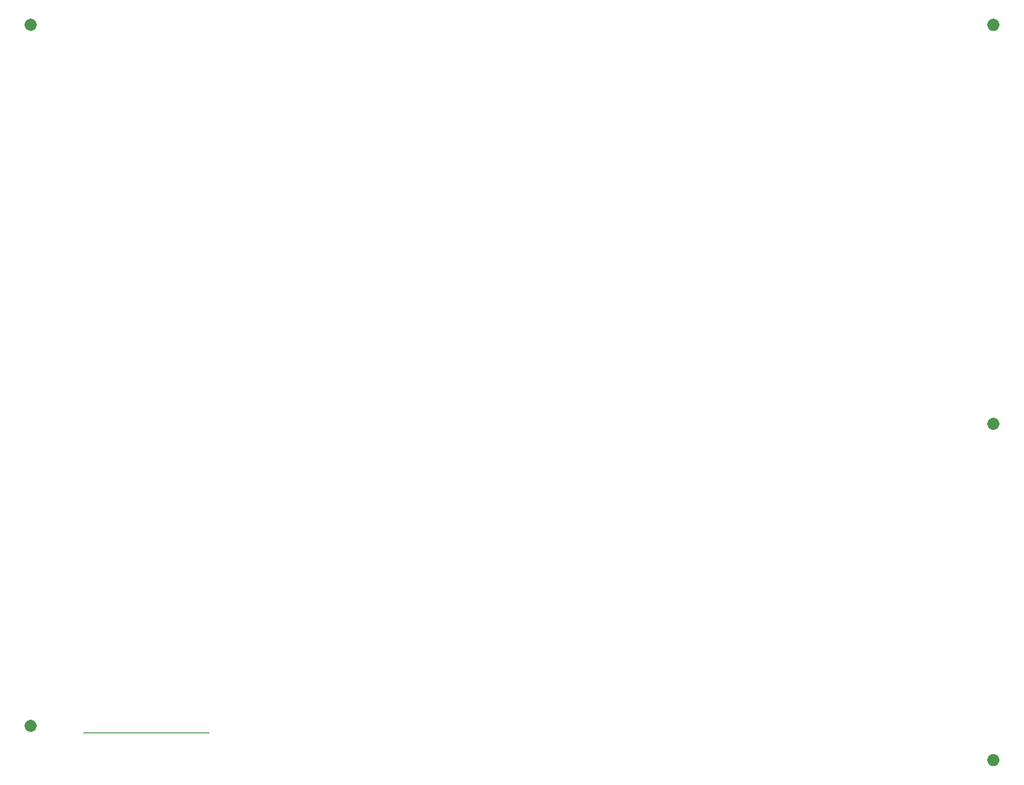
<source format=gts>
G04 #@! TF.GenerationSoftware,KiCad,Pcbnew,(5.1.5-0-10_14)*
G04 #@! TF.CreationDate,2020-04-18T18:06:01+09:00*
G04 #@! TF.ProjectId,colice_pcb_left_bottom,636f6c69-6365-45f7-9063-625f6c656674,rev?*
G04 #@! TF.SameCoordinates,Original*
G04 #@! TF.FileFunction,Soldermask,Top*
G04 #@! TF.FilePolarity,Negative*
%FSLAX46Y46*%
G04 Gerber Fmt 4.6, Leading zero omitted, Abs format (unit mm)*
G04 Created by KiCad (PCBNEW (5.1.5-0-10_14)) date 2020-04-18 18:06:01*
%MOMM*%
%LPD*%
G04 APERTURE LIST*
%ADD10C,0.150000*%
%ADD11C,0.100000*%
G04 APERTURE END LIST*
D10*
X33020000Y-160020000D02*
X56515000Y-160020000D01*
D11*
G36*
X203061081Y-164027431D02*
G01*
X203265999Y-164112311D01*
X203266001Y-164112312D01*
X203450423Y-164235539D01*
X203607261Y-164392377D01*
X203607262Y-164392379D01*
X203730489Y-164576801D01*
X203815369Y-164781719D01*
X203858640Y-164999257D01*
X203858640Y-165221063D01*
X203815369Y-165438601D01*
X203730489Y-165643519D01*
X203730488Y-165643521D01*
X203607261Y-165827943D01*
X203450423Y-165984781D01*
X203266001Y-166108008D01*
X203266000Y-166108009D01*
X203265999Y-166108009D01*
X203061081Y-166192889D01*
X202843543Y-166236160D01*
X202621737Y-166236160D01*
X202404199Y-166192889D01*
X202199281Y-166108009D01*
X202199280Y-166108009D01*
X202199279Y-166108008D01*
X202014857Y-165984781D01*
X201858019Y-165827943D01*
X201734792Y-165643521D01*
X201734791Y-165643519D01*
X201649911Y-165438601D01*
X201606640Y-165221063D01*
X201606640Y-164999257D01*
X201649911Y-164781719D01*
X201734791Y-164576801D01*
X201858018Y-164392379D01*
X201858019Y-164392377D01*
X202014857Y-164235539D01*
X202199279Y-164112312D01*
X202199281Y-164112311D01*
X202404199Y-164027431D01*
X202621737Y-163984160D01*
X202843543Y-163984160D01*
X203061081Y-164027431D01*
G37*
G36*
X23503401Y-157646951D02*
G01*
X23708319Y-157731831D01*
X23708321Y-157731832D01*
X23892743Y-157855059D01*
X24049581Y-158011897D01*
X24049582Y-158011899D01*
X24172809Y-158196321D01*
X24257689Y-158401239D01*
X24300960Y-158618777D01*
X24300960Y-158840583D01*
X24257689Y-159058121D01*
X24172809Y-159263039D01*
X24172808Y-159263041D01*
X24049581Y-159447463D01*
X23892743Y-159604301D01*
X23708321Y-159727528D01*
X23708320Y-159727529D01*
X23708319Y-159727529D01*
X23503401Y-159812409D01*
X23285863Y-159855680D01*
X23064057Y-159855680D01*
X22846519Y-159812409D01*
X22641601Y-159727529D01*
X22641600Y-159727529D01*
X22641599Y-159727528D01*
X22457177Y-159604301D01*
X22300339Y-159447463D01*
X22177112Y-159263041D01*
X22177111Y-159263039D01*
X22092231Y-159058121D01*
X22048960Y-158840583D01*
X22048960Y-158618777D01*
X22092231Y-158401239D01*
X22177111Y-158196321D01*
X22300338Y-158011899D01*
X22300339Y-158011897D01*
X22457177Y-157855059D01*
X22641599Y-157731832D01*
X22641601Y-157731831D01*
X22846519Y-157646951D01*
X23064057Y-157603680D01*
X23285863Y-157603680D01*
X23503401Y-157646951D01*
G37*
G36*
X203056001Y-101258951D02*
G01*
X203260919Y-101343831D01*
X203260921Y-101343832D01*
X203445343Y-101467059D01*
X203602181Y-101623897D01*
X203602182Y-101623899D01*
X203725409Y-101808321D01*
X203810289Y-102013239D01*
X203853560Y-102230777D01*
X203853560Y-102452583D01*
X203810289Y-102670121D01*
X203725409Y-102875039D01*
X203725408Y-102875041D01*
X203602181Y-103059463D01*
X203445343Y-103216301D01*
X203260921Y-103339528D01*
X203260920Y-103339529D01*
X203260919Y-103339529D01*
X203056001Y-103424409D01*
X202838463Y-103467680D01*
X202616657Y-103467680D01*
X202399119Y-103424409D01*
X202194201Y-103339529D01*
X202194200Y-103339529D01*
X202194199Y-103339528D01*
X202009777Y-103216301D01*
X201852939Y-103059463D01*
X201729712Y-102875041D01*
X201729711Y-102875039D01*
X201644831Y-102670121D01*
X201601560Y-102452583D01*
X201601560Y-102230777D01*
X201644831Y-102013239D01*
X201729711Y-101808321D01*
X201852938Y-101623899D01*
X201852939Y-101623897D01*
X202009777Y-101467059D01*
X202194199Y-101343832D01*
X202194201Y-101343831D01*
X202399119Y-101258951D01*
X202616657Y-101215680D01*
X202838463Y-101215680D01*
X203056001Y-101258951D01*
G37*
G36*
X203056001Y-26775991D02*
G01*
X203236393Y-26850712D01*
X203260921Y-26860872D01*
X203445343Y-26984099D01*
X203602181Y-27140937D01*
X203725408Y-27325359D01*
X203725409Y-27325361D01*
X203810289Y-27530279D01*
X203853560Y-27747817D01*
X203853560Y-27969623D01*
X203810289Y-28187161D01*
X203725409Y-28392079D01*
X203725408Y-28392081D01*
X203602181Y-28576503D01*
X203445343Y-28733341D01*
X203260921Y-28856568D01*
X203260920Y-28856569D01*
X203260919Y-28856569D01*
X203056001Y-28941449D01*
X202838463Y-28984720D01*
X202616657Y-28984720D01*
X202399119Y-28941449D01*
X202194201Y-28856569D01*
X202194200Y-28856569D01*
X202194199Y-28856568D01*
X202009777Y-28733341D01*
X201852939Y-28576503D01*
X201729712Y-28392081D01*
X201729711Y-28392079D01*
X201644831Y-28187161D01*
X201601560Y-27969623D01*
X201601560Y-27747817D01*
X201644831Y-27530279D01*
X201729711Y-27325361D01*
X201729712Y-27325359D01*
X201852939Y-27140937D01*
X202009777Y-26984099D01*
X202194199Y-26860872D01*
X202218727Y-26850712D01*
X202399119Y-26775991D01*
X202616657Y-26732720D01*
X202838463Y-26732720D01*
X203056001Y-26775991D01*
G37*
G36*
X23508481Y-26765831D02*
G01*
X23713399Y-26850711D01*
X23713401Y-26850712D01*
X23897823Y-26973939D01*
X24054661Y-27130777D01*
X24061451Y-27140939D01*
X24177889Y-27315201D01*
X24262769Y-27520119D01*
X24306040Y-27737657D01*
X24306040Y-27959463D01*
X24262769Y-28177001D01*
X24258560Y-28187162D01*
X24177888Y-28381921D01*
X24054661Y-28566343D01*
X23897823Y-28723181D01*
X23713401Y-28846408D01*
X23713400Y-28846409D01*
X23713399Y-28846409D01*
X23508481Y-28931289D01*
X23290943Y-28974560D01*
X23069137Y-28974560D01*
X22851599Y-28931289D01*
X22646681Y-28846409D01*
X22646680Y-28846409D01*
X22646679Y-28846408D01*
X22462257Y-28723181D01*
X22305419Y-28566343D01*
X22182192Y-28381921D01*
X22101520Y-28187162D01*
X22097311Y-28177001D01*
X22054040Y-27959463D01*
X22054040Y-27737657D01*
X22097311Y-27520119D01*
X22182191Y-27315201D01*
X22298629Y-27140939D01*
X22305419Y-27130777D01*
X22462257Y-26973939D01*
X22646679Y-26850712D01*
X22646681Y-26850711D01*
X22851599Y-26765831D01*
X23069137Y-26722560D01*
X23290943Y-26722560D01*
X23508481Y-26765831D01*
G37*
M02*

</source>
